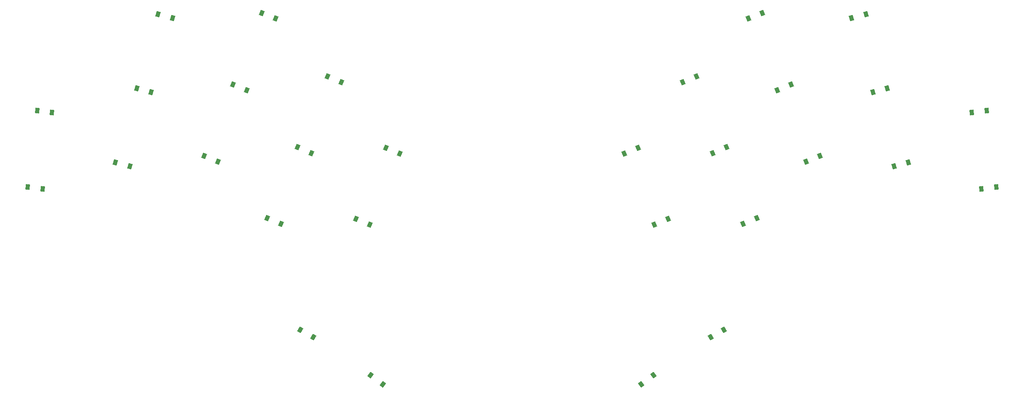
<source format=gbr>
%TF.GenerationSoftware,KiCad,Pcbnew,9.0.4*%
%TF.CreationDate,2025-10-25T14:25:05+08:00*%
%TF.ProjectId,sterna,73746572-6e61-42e6-9b69-6361645f7063,v1.0.0*%
%TF.SameCoordinates,Original*%
%TF.FileFunction,Paste,Top*%
%TF.FilePolarity,Positive*%
%FSLAX46Y46*%
G04 Gerber Fmt 4.6, Leading zero omitted, Abs format (unit mm)*
G04 Created by KiCad (PCBNEW 9.0.4) date 2025-10-25 14:25:05*
%MOMM*%
%LPD*%
G01*
G04 APERTURE LIST*
G04 Aperture macros list*
%AMRotRect*
0 Rectangle, with rotation*
0 The origin of the aperture is its center*
0 $1 length*
0 $2 width*
0 $3 Rotation angle, in degrees counterclockwise*
0 Add horizontal line*
21,1,$1,$2,0,0,$3*%
G04 Aperture macros list end*
%ADD10RotRect,0.900000X1.200000X337.000000*%
%ADD11RotRect,0.900000X1.200000X22.000000*%
%ADD12RotRect,0.900000X1.200000X23.000000*%
%ADD13RotRect,0.900000X1.200000X16.000000*%
%ADD14RotRect,0.900000X1.200000X338.000000*%
%ADD15RotRect,0.900000X1.200000X37.000000*%
%ADD16RotRect,0.900000X1.200000X30.000000*%
%ADD17RotRect,0.900000X1.200000X7.000000*%
%ADD18RotRect,0.900000X1.200000X353.000000*%
%ADD19RotRect,0.900000X1.200000X344.000000*%
%ADD20RotRect,0.900000X1.200000X330.000000*%
%ADD21RotRect,0.900000X1.200000X323.000000*%
G04 APERTURE END LIST*
D10*
%TO.C,D13*%
X141629309Y-129685216D03*
X144666975Y-130974628D03*
%TD*%
D11*
%TO.C,D19*%
X234166809Y-132715831D03*
X237226515Y-131479629D03*
%TD*%
D12*
%TO.C,D26*%
X194108082Y-130974628D03*
X197145748Y-129685216D03*
%TD*%
D11*
%TO.C,D20*%
X227798497Y-116953707D03*
X230858203Y-115717505D03*
%TD*%
D10*
%TO.C,D10*%
X122129739Y-129555842D03*
X125167405Y-130845254D03*
%TD*%
D12*
%TO.C,D25*%
X200750510Y-146623211D03*
X203788176Y-145333799D03*
%TD*%
D13*
%TO.C,D18*%
X244178283Y-101097407D03*
X247350447Y-100187803D03*
%TD*%
D10*
%TO.C,D9*%
X115487311Y-145204426D03*
X118524977Y-146493838D03*
%TD*%
D13*
%TO.C,D16*%
X253549956Y-133780304D03*
X256722120Y-132870700D03*
%TD*%
D14*
%TO.C,D7*%
X107916857Y-115717503D03*
X110976563Y-116953705D03*
%TD*%
%TO.C,D6*%
X101548544Y-131479631D03*
X104608250Y-132715833D03*
%TD*%
D15*
%TO.C,D30*%
X197873517Y-181808042D03*
X200509015Y-179822052D03*
%TD*%
D14*
%TO.C,D8*%
X114285168Y-99955380D03*
X117344874Y-101191582D03*
%TD*%
D16*
%TO.C,D29*%
X213182075Y-171433935D03*
X216039961Y-169783935D03*
%TD*%
D12*
%TO.C,D24*%
X206965223Y-115196673D03*
X210002889Y-113907261D03*
%TD*%
D17*
%TO.C,D14*%
X272763748Y-138763058D03*
X276039150Y-138360892D03*
%TD*%
D10*
%TO.C,D11*%
X128772167Y-113907260D03*
X131809833Y-115196672D03*
%TD*%
D18*
%TO.C,D1*%
X62735907Y-138360892D03*
X66011309Y-138763058D03*
%TD*%
%TO.C,D2*%
X64807687Y-121487608D03*
X68083089Y-121889774D03*
%TD*%
D19*
%TO.C,D5*%
X91424609Y-100187804D03*
X94596775Y-101097408D03*
%TD*%
D12*
%TO.C,D23*%
X213607652Y-130845255D03*
X216645318Y-129555843D03*
%TD*%
D19*
%TO.C,D4*%
X86738774Y-116529251D03*
X89910940Y-117438855D03*
%TD*%
D10*
%TO.C,D12*%
X134986880Y-145333799D03*
X138024546Y-146623211D03*
%TD*%
D13*
%TO.C,D17*%
X248864120Y-117438855D03*
X252036284Y-116529251D03*
%TD*%
D17*
%TO.C,D15*%
X270691969Y-121889774D03*
X273967371Y-121487608D03*
%TD*%
D12*
%TO.C,D22*%
X220250083Y-146493838D03*
X223287749Y-145204426D03*
%TD*%
D11*
%TO.C,D21*%
X221430186Y-101191581D03*
X224489892Y-99955379D03*
%TD*%
D20*
%TO.C,D27*%
X122735102Y-169783935D03*
X125592984Y-171433935D03*
%TD*%
D21*
%TO.C,D28*%
X138266047Y-179822052D03*
X140901545Y-181808042D03*
%TD*%
D19*
%TO.C,D3*%
X82052939Y-132870700D03*
X85225105Y-133780304D03*
%TD*%
M02*

</source>
